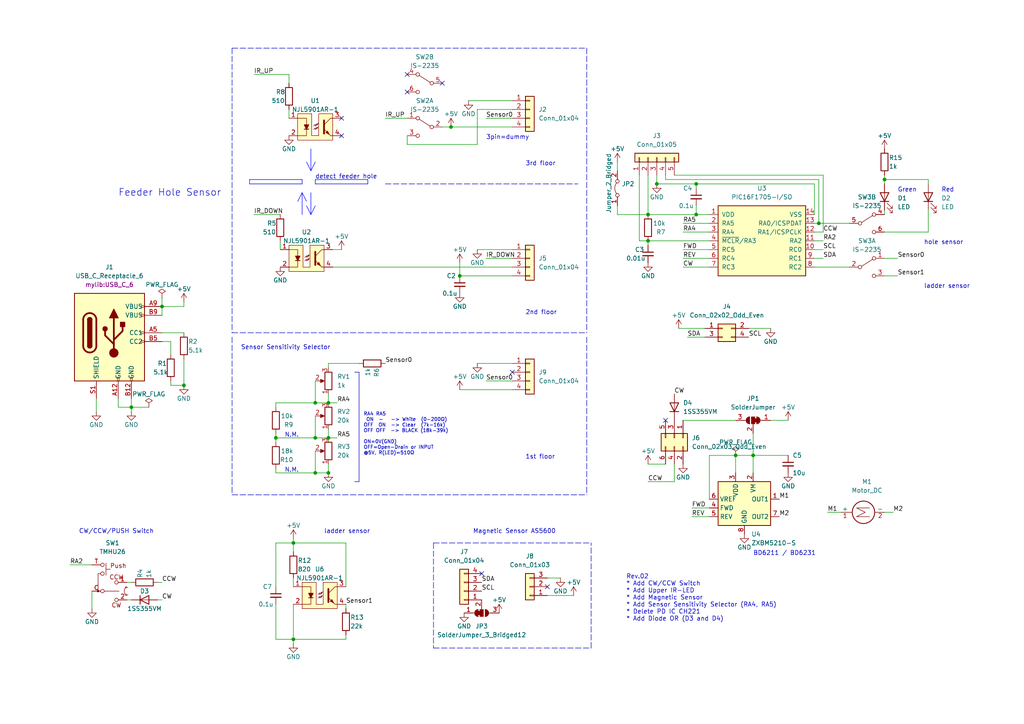
<source format=kicad_sch>
(kicad_sch (version 20211123) (generator eeschema)
  (paper "A4")
  (title_block (title "Auto Feeder") (date "2023-12-21") (rev "02"))
  (lib_symbols
    (symbol "Connector_Generic:Conn_01x03" (pin_names (offset 1.016) hide)
      (property "Reference" "J" (at 0 5.08 0))
      (property "Value" "Conn_01x03" (at 0 -5.08 0))
      (symbol "Conn_01x03_1_1"
        (rectangle (start -1.27 -2.413) (end 0 -2.667) (stroke (width 0.1524)))
        (rectangle (start -1.27 0.127) (end 0 -0.127) (stroke (width 0.1524)))
        (rectangle (start -1.27 2.667) (end 0 2.413) (stroke (width 0.1524)))
        (rectangle (start -1.27 3.81) (end 1.27 -3.81) (stroke (width 0.254)) (fill (type background)))
        (pin passive line (at -5.08 2.54 0) (length 3.81) (name "Pin_1") (number "1"))
        (pin passive line (at -5.08 0 0) (length 3.81) (name "Pin_2") (number "2"))
        (pin passive line (at -5.08 -2.54 0) (length 3.81) (name "Pin_3") (number "3"))
      )
    )
    (symbol "Connector_Generic:Conn_01x04" (pin_names (offset 1.016) hide)
      (property "Reference" "J" (at 0 5.08 0))
      (property "Value" "Conn_01x04" (at 0 -7.62 0))
      (symbol "Conn_01x04_1_1"
        (rectangle (start -1.27 -4.953) (end 0 -5.207) (stroke (width 0.1524)))
        (rectangle (start -1.27 -2.413) (end 0 -2.667) (stroke (width 0.1524)))
        (rectangle (start -1.27 0.127) (end 0 -0.127) (stroke (width 0.1524)))
        (rectangle (start -1.27 2.667) (end 0 2.413) (stroke (width 0.1524)))
        (rectangle (start -1.27 3.81) (end 1.27 -6.35) (stroke (width 0.254)) (fill (type background)))
        (pin passive line (at -5.08 2.54 0) (length 3.81) (name "Pin_1") (number "1"))
        (pin passive line (at -5.08 0 0) (length 3.81) (name "Pin_2") (number "2"))
        (pin passive line (at -5.08 -2.54 0) (length 3.81) (name "Pin_3") (number "3"))
        (pin passive line (at -5.08 -5.08 0) (length 3.81) (name "Pin_4") (number "4"))
      )
    )
    (symbol "Connector_Generic:Conn_01x05" (pin_names (offset 1.016) hide)
      (property "Reference" "J" (at 0 7.62 0))
      (property "Value" "Conn_01x05" (at 0 -7.62 0))
      (symbol "Conn_01x05_1_1"
        (rectangle (start -1.27 -4.953) (end 0 -5.207) (stroke (width 0.1524)))
        (rectangle (start -1.27 -2.413) (end 0 -2.667) (stroke (width 0.1524)))
        (rectangle (start -1.27 0.127) (end 0 -0.127) (stroke (width 0.1524)))
        (rectangle (start -1.27 2.667) (end 0 2.413) (stroke (width 0.1524)))
        (rectangle (start -1.27 5.207) (end 0 4.953) (stroke (width 0.1524)))
        (rectangle (start -1.27 6.35) (end 1.27 -6.35) (stroke (width 0.254)) (fill (type background)))
        (pin passive line (at -5.08 5.08 0) (length 3.81) (name "Pin_1") (number "1"))
        (pin passive line (at -5.08 2.54 0) (length 3.81) (name "Pin_2") (number "2"))
        (pin passive line (at -5.08 0 0) (length 3.81) (name "Pin_3") (number "3"))
        (pin passive line (at -5.08 -2.54 0) (length 3.81) (name "Pin_4") (number "4"))
        (pin passive line (at -5.08 -5.08 0) (length 3.81) (name "Pin_5") (number "5"))
      )
    )
    (symbol "Connector_Generic:Conn_02x02_Odd_Even" (pin_names (offset 1.016) hide)
      (property "Reference" "J" (at 1.27 2.54 0))
      (property "Value" "Conn_02x02_Odd_Even" (at 1.27 -5.08 0))
      (symbol "Conn_02x02_Odd_Even_1_1"
        (rectangle (start -1.27 -2.413) (end 0 -2.667) (stroke (width 0.1524)))
        (rectangle (start -1.27 0.127) (end 0 -0.127) (stroke (width 0.1524)))
        (rectangle (start -1.27 1.27) (end 3.81 -3.81) (stroke (width 0.254)) (fill (type background)))
        (rectangle (start 3.81 -2.413) (end 2.54 -2.667) (stroke (width 0.1524)))
        (rectangle (start 3.81 0.127) (end 2.54 -0.127) (stroke (width 0.1524)))
        (pin passive line (at -5.08 0 0) (length 3.81) (name "Pin_1") (number "1"))
        (pin passive line (at 7.62 0 180) (length 3.81) (name "Pin_2") (number "2"))
        (pin passive line (at -5.08 -2.54 0) (length 3.81) (name "Pin_3") (number "3"))
        (pin passive line (at 7.62 -2.54 180) (length 3.81) (name "Pin_4") (number "4"))
      )
    )
    (symbol "Connector_Generic:Conn_02x03_Odd_Even" (pin_names (offset 1.016) hide)
      (property "Reference" "J" (at 1.27 5.08 0))
      (property "Value" "Conn_02x03_Odd_Even" (at 1.27 -5.08 0))
      (symbol "Conn_02x03_Odd_Even_1_1"
        (rectangle (start -1.27 -2.413) (end 0 -2.667) (stroke (width 0.1524)))
        (rectangle (start -1.27 0.127) (end 0 -0.127) (stroke (width 0.1524)))
        (rectangle (start -1.27 2.667) (end 0 2.413) (stroke (width 0.1524)))
        (rectangle (start -1.27 3.81) (end 3.81 -3.81) (stroke (width 0.254)) (fill (type background)))
        (rectangle (start 3.81 -2.413) (end 2.54 -2.667) (stroke (width 0.1524)))
        (rectangle (start 3.81 0.127) (end 2.54 -0.127) (stroke (width 0.1524)))
        (rectangle (start 3.81 2.667) (end 2.54 2.413) (stroke (width 0.1524)))
        (pin passive line (at -5.08 2.54 0) (length 3.81) (name "Pin_1") (number "1"))
        (pin passive line (at 7.62 2.54 180) (length 3.81) (name "Pin_2") (number "2"))
        (pin passive line (at -5.08 0 0) (length 3.81) (name "Pin_3") (number "3"))
        (pin passive line (at 7.62 0 180) (length 3.81) (name "Pin_4") (number "4"))
        (pin passive line (at -5.08 -2.54 0) (length 3.81) (name "Pin_5") (number "5"))
        (pin passive line (at 7.62 -2.54 180) (length 3.81) (name "Pin_6") (number "6"))
      )
    )
    (symbol "Device:C_Small" (pin_numbers hide) (pin_names (offset 0.254) hide)
      (property "Reference" "C" (at 0.254 1.778 0))
      (property "Value" "C_Small" (at 0.254 -2.032 0))
      (symbol "C_Small_0_1"
        (polyline (pts (xy -1.524 -0.508) (xy 1.524 -0.508)) (stroke (width 0.3302)))
        (polyline (pts (xy -1.524 0.508) (xy 1.524 0.508)) (stroke (width 0.3048)))
      )
      (symbol "C_Small_1_1"
        (pin passive line (at 0 2.54 270) (length 2.032) (name "~") (number "1"))
        (pin passive line (at 0 -2.54 90) (length 2.032) (name "~") (number "2"))
      )
    )
    (symbol "Device:LED" (pin_numbers hide) (pin_names (offset 1.016) hide)
      (property "Reference" "D" (at 0 2.54 0))
      (property "Value" "LED" (at 0 -2.54 0))
      (symbol "LED_0_1"
        (polyline (pts (xy -1.27 -1.27) (xy -1.27 1.27)) (stroke (width 0.254)))
        (polyline (pts (xy -1.27 0) (xy 1.27 0)))
        (polyline (pts (xy 1.27 -1.27) (xy 1.27 1.27) (xy -1.27 0) (xy 1.27 -1.27)) (stroke (width 0.254)))
        (polyline (pts (xy -3.048 -0.762) (xy -4.572 -2.286) (xy -3.81 -2.286) (xy -4.572 -2.286) (xy -4.572 -1.524)))
        (polyline (pts (xy -1.778 -0.762) (xy -3.302 -2.286) (xy -2.54 -2.286) (xy -3.302 -2.286) (xy -3.302 -1.524)))
      )
      (symbol "LED_1_1"
        (pin passive line (at -3.81 0 0) (length 2.54) (name "K") (number "1"))
        (pin passive line (at 3.81 0 180) (length 2.54) (name "A") (number "2"))
      )
    )
    (symbol "Device:R" (pin_numbers hide) (pin_names (offset 0))
      (property "Reference" "R" (at 2.032 0 90))
      (property "Value" "R" (at 0 0 90))
      (symbol "R_0_1"
        (rectangle (start -1.016 -2.54) (end 1.016 2.54) (stroke (width 0.254)))
      )
      (symbol "R_1_1"
        (pin passive line (at 0 3.81 270) (length 1.27) (name "~") (number "1"))
        (pin passive line (at 0 -3.81 90) (length 1.27) (name "~") (number "2"))
      )
    )
    (symbol "Device:R_Potentiometer" (pin_names (offset 1.016) hide)
      (property "Reference" "RV" (at -4.445 0 90))
      (property "Value" "R_Potentiometer" (at -2.54 0 90))
      (symbol "R_Potentiometer_0_1"
        (polyline (pts (xy 2.54 0) (xy 1.524 0)))
        (polyline (pts (xy 1.143 0) (xy 2.286 0.508) (xy 2.286 -0.508) (xy 1.143 0)) (fill (type outline)))
        (rectangle (start 1.016 2.54) (end -1.016 -2.54) (stroke (width 0.254)))
      )
      (symbol "R_Potentiometer_1_1"
        (pin passive line (at 0 3.81 270) (length 1.27) (name "1") (number "1"))
        (pin passive line (at 3.81 0 180) (length 1.27) (name "2") (number "2"))
        (pin passive line (at 0 -3.81 90) (length 1.27) (name "3") (number "3"))
      )
    )
    (symbol "Diode:1SS355VM" (pin_numbers hide) (pin_names hide)
      (property "Reference" "D" (at 0 2.54 0))
      (property "Value" "1SS355VM" (at 0 -2.54 0))
      (symbol "1SS355VM_0_1"
        (polyline (pts (xy -1.27 1.27) (xy -1.27 -1.27)) (stroke (width 0.254)))
        (polyline (pts (xy 1.27 0) (xy -1.27 0)))
        (polyline (pts (xy 1.27 1.27) (xy 1.27 -1.27) (xy -1.27 0) (xy 1.27 1.27)) (stroke (width 0.254)))
      )
      (symbol "1SS355VM_1_1"
        (pin passive line (at -3.81 0 0) (length 2.54) (name "K") (number "1"))
        (pin passive line (at 3.81 0 180) (length 2.54) (name "A") (number "2"))
      )
    )
    (symbol "Driver_Motor:ZXBM5210-S"
      (property "Reference" "U" (at -7.62 8.89 0))
      (property "Value" "ZXBM5210-S" (at 10.16 8.89 0))
      (symbol "ZXBM5210-S_0_0"
        (pin output line (at 10.16 2.54 180) (length 2.54) (name "OUT1") (number "1"))
        (pin power_in line (at 2.54 10.16 270) (length 2.54) (name "VM") (number "2"))
        (pin power_in line (at -2.54 10.16 270) (length 2.54) (name "VDD") (number "3"))
        (pin input line (at -10.16 0 0) (length 2.54) (name "FWD") (number "4"))
        (pin input line (at -10.16 -2.54 0) (length 2.54) (name "REV") (number "5"))
        (pin input line (at -10.16 2.54 0) (length 2.54) (name "VREF") (number "6"))
        (pin output line (at 10.16 -2.54 180) (length 2.54) (name "OUT2") (number "7"))
        (pin power_in line (at 0 -7.62 90) (length 2.54) (name "GND") (number "8"))
      )
      (symbol "ZXBM5210-S_0_1"
        (rectangle (start -7.62 7.62) (end 7.62 -5.08) (stroke (width 0.254)) (fill (type background)))
      )
    )
    (symbol "Jumper:Jumper_2_Bridged" (pin_names (offset 0) hide)
      (property "Reference" "JP" (at 0 1.905 0))
      (property "Value" "Jumper_2_Bridged" (at 0 -2.54 0))
      (symbol "Jumper_2_Bridged_0_0"
        (circle (center -2.032 0) (radius 0.508))
        (circle (center 2.032 0) (radius 0.508))
      )
      (symbol "Jumper_2_Bridged_0_1"
        (arc (start 1.524 0.254) (mid 0 0.762) (end -1.524 0.254))
      )
      (symbol "Jumper_2_Bridged_1_1"
        (pin passive line (at -5.08 0 0) (length 2.54) (name "A") (number "1"))
        (pin passive line (at 5.08 0 180) (length 2.54) (name "B") (number "2"))
      )
    )
    (symbol "Jumper:SolderJumper_3_Bridged12" (pin_names (offset 0) hide)
      (property "Reference" "JP" (at -2.54 -2.54 0))
      (property "Value" "SolderJumper_3_Bridged12" (at 0 2.794 0))
      (symbol "SolderJumper_3_Bridged12_0_1"
        (rectangle (start -1.016 0.508) (end -0.508 -0.508) (fill (type outline)))
        (arc (start -1.016 1.016) (mid -2.032 0) (end -1.016 -1.016))
        (arc (start -1.016 1.016) (mid -2.032 0) (end -1.016 -1.016) (fill (type outline)))
        (rectangle (start -0.508 1.016) (end 0.508 -1.016) (fill (type outline)))
        (polyline (pts (xy -2.54 0) (xy -2.032 0)))
        (polyline (pts (xy -1.016 1.016) (xy -1.016 -1.016)))
        (polyline (pts (xy 0 -1.27) (xy 0 -1.016)))
        (polyline (pts (xy 1.016 1.016) (xy 1.016 -1.016)))
        (polyline (pts (xy 2.54 0) (xy 2.032 0)))
        (arc (start 1.016 -1.016) (mid 2.032 0) (end 1.016 1.016))
        (arc (start 1.016 -1.016) (mid 2.032 0) (end 1.016 1.016) (fill (type outline)))
      )
      (symbol "SolderJumper_3_Bridged12_1_1"
        (pin passive line (at -5.08 0 0) (length 2.54) (name "A") (number "1"))
        (pin passive line (at 0 -3.81 90) (length 2.54) (name "C") (number "2"))
        (pin passive line (at 5.08 0 180) (length 2.54) (name "B") (number "3"))
      )
    )
    (symbol "Motor:Motor_DC" (pin_names (offset 0))
      (property "Reference" "M" (at 2.54 2.54 0))
      (property "Value" "Motor_DC" (at 2.54 -5.08 0))
      (symbol "Motor_DC_0_0"
        (polyline (pts (xy -1.27 -3.302) (xy -1.27 0.508) (xy 0 -2.032) (xy 1.27 0.508) (xy 1.27 -3.302)))
      )
      (symbol "Motor_DC_0_1"
        (circle (center 0 -1.524) (radius 3.2512) (stroke (width 0.254)))
        (polyline (pts (xy 0 -7.62) (xy 0 -7.112)))
        (polyline (pts (xy 0 -4.7752) (xy 0 -5.1816)))
        (polyline (pts (xy 0 1.7272) (xy 0 2.0828)))
        (polyline (pts (xy 0 2.032) (xy 0 2.54)))
      )
      (symbol "Motor_DC_1_1"
        (pin passive line (at 0 5.08 270) (length 2.54) (name "+") (number "1"))
        (pin passive line (at 0 -7.62 90) (length 2.54) (name "-") (number "2"))
      )
    )
    (symbol "mylib1:CNZ1023" (pin_names (offset 1.016))
      (property "Reference" "U" (at -5.08 5.08 0))
      (property "Value" "CNZ1023" (at 0 5.08 0))
      (symbol "CNZ1023_0_1"
        (polyline (pts (xy -3.175 -0.635) (xy -1.905 -0.635)) (stroke (width 0.254)))
        (polyline (pts (xy 2.54 0.635) (xy 4.445 2.54)))
        (polyline (pts (xy 4.445 -2.54) (xy 2.54 -0.635)) (fill (type outline)))
        (polyline (pts (xy 4.445 -2.54) (xy 5.08 -2.54)))
        (polyline (pts (xy 4.445 2.54) (xy 5.08 2.54)))
        (polyline (pts (xy -5.08 2.54) (xy -2.54 2.54) (xy -2.54 0.635)))
        (polyline (pts (xy -2.54 -0.635) (xy -2.54 -2.54) (xy -5.08 -2.54)))
        (polyline (pts (xy 2.54 1.905) (xy 2.54 -1.905) (xy 2.54 -1.905)) (stroke (width 0.508)))
        (polyline (pts (xy -2.54 -0.635) (xy -3.175 0.635) (xy -1.905 0.635) (xy -2.54 -0.635)) (stroke (width 0.254)) (fill (type outline)))
        (polyline (pts (xy -0.508 0.254) (xy 0.0254 0.762) (xy 0.0254 0.254) (xy 0.7874 1.016)))
        (polyline (pts (xy 0.7874 1.016) (xy 0.2794 0.762) (xy 0.5334 0.508) (xy 0.7874 1.016)))
        (polyline (pts (xy 3.048 -1.651) (xy 3.556 -1.143) (xy 4.064 -2.159) (xy 3.048 -1.651) (xy 3.048 -1.651)) (fill (type outline)))
        (polyline (pts (xy -0.508 -0.762) (xy 0.0254 -0.254) (xy 0.0254 -0.762) (xy 0.7874 0) (xy 0.2794 -0.254) (xy 0.5334 -0.508) (xy 0.7874 0)))
        (polyline (pts (xy -1.016 3.81) (xy -1.016 -2.54) (xy 1.016 -2.54) (xy 1.016 3.81) (xy 5.08 3.81) (xy 5.08 -3.81) (xy -5.08 -3.81) (xy -5.08 3.81) (xy -1.016 3.81)) (fill (type background)))
      )
      (symbol "CNZ1023_1_1"
        (pin passive line (at -7.62 2.54 0) (length 2.54) (name "~") (number "1"))
        (pin passive line (at -7.62 -2.54 0) (length 2.54) (name "~") (number "2"))
        (pin passive line (at 7.62 2.54 180) (length 2.54) (name "~") (number "3"))
        (pin passive line (at 7.62 -2.54 180) (length 2.54) (name "~") (number "4"))
      )
    )
    (symbol "mylib1:PIC16F1705-I{brace}slash}SO" (pin_names (offset 1.016))
      (property "Reference" "U" (at -11.43 11.43 0))
      (property "Value" "PIC16F1705-I{brace}slash}SO" (at 11.43 11.43 0))
      (symbol "PIC16F1705-I{brace}slash}SO_0_1"
        (rectangle (start -12.7 10.16) (end 12.7 -10.16) (stroke (width 0.254)) (fill (type background)))
      )
      (symbol "PIC16F1705-I{brace}slash}SO_1_1"
        (pin passive line (at -15.24 7.62 0) (length 2.54) (name "VDD") (number "1"))
        (pin bidirectional line (at 15.24 -2.54 180) (length 2.54) (name "RC0") (number "10"))
        (pin bidirectional line (at 15.24 0 180) (length 2.54) (name "RA2") (number "11"))
        (pin bidirectional line (at 15.24 2.54 180) (length 2.54) (name "RA1/ICSPCLK") (number "12"))
        (pin bidirectional line (at 15.24 5.08 180) (length 2.54) (name "RA0/ICSPDAT") (number "13"))
        (pin power_in line (at 15.24 7.62 180) (length 2.54) (name "VSS") (number "14"))
        (pin bidirectional line (at -15.24 5.08 0) (length 2.54) (name "RA5") (number "2"))
        (pin bidirectional line (at -15.24 2.54 0) (length 2.54) (name "RA4") (number "3"))
        (pin bidirectional line (at -15.24 0 0) (length 2.54) (name "~{MCLR}/RA3") (number "4"))
        (pin bidirectional line (at -15.24 -2.54 0) (length 2.54) (name "RC5") (number "5"))
        (pin bidirectional line (at -15.24 -5.08 0) (length 2.54) (name "RC4") (number "6"))
        (pin bidirectional line (at -15.24 -7.62 0) (length 2.54) (name "RC3") (number "7"))
        (pin passive line (at 15.24 -7.62 180) (length 2.54) (name "RC2") (number "8"))
        (pin bidirectional line (at 15.24 -5.08 180) (length 2.54) (name "RC1") (number "9"))
      )
    )
    (symbol "mylib1:SW_PUSH_DPDT_x2" (pin_names (offset 0) hide)
      (property "Reference" "SW" (at 0 4.318 0))
      (property "Value" "SW_PUSH_DPDT_x2" (at 0 -5.08 0))
      (symbol "SW_PUSH_DPDT_x2_0_0"
        (circle (center -2.032 0) (radius 0.508))
        (circle (center 2.032 -2.54) (radius 0.508))
      )
      (symbol "SW_PUSH_DPDT_x2_0_1"
        (polyline (pts (xy -1.524 0.254) (xy 1.651 2.286)))
        (circle (center 2.032 2.54) (radius 0.508))
      )
      (symbol "SW_PUSH_DPDT_x2_1_1"
        (pin passive line (at 5.08 2.54 180) (length 2.54) (name "A") (number "1"))
        (pin passive line (at -5.08 0 0) (length 2.54) (name "B") (number "2"))
        (pin passive line (at 5.08 -2.54 180) (length 2.54) (name "C") (number "3"))
      )
      (symbol "SW_PUSH_DPDT_x2_2_1"
        (pin passive line (at 5.08 2.54 180) (length 2.54) (name "A") (number "4"))
        (pin passive line (at -5.08 0 0) (length 2.54) (name "B") (number "5"))
        (pin passive line (at 5.08 -2.54 180) (length 2.54) (name "C") (number "6"))
      )
    )
    (symbol "mylib2:SW_SPDT_AND_Push" (pin_names (offset 0) hide)
      (property "Reference" "SW" (at 0 10.668 0))
      (property "Value" "SW_SPDT_AND_Push" (at 0 -7.874 0))
      (symbol "SW_SPDT_AND_Push_0_0"
        (circle (center -3.302 0) (radius 0.0001))
        (circle (center -3.302 0) (radius 0.254) (fill (type outline)))
        (circle (center -2.032 0) (radius 0.508))
        (circle (center -2.032 5.08) (radius 0.508))
        (polyline (pts (xy -2.54 5.08) (xy -3.302 5.08) (xy -3.302 0)))
        (circle (center 2.032 -2.54) (radius 0.508))
        (text "CCW" (at 2.032 4.064 0) (effects (font (size 1.27 1.27))))
        (text "CW" (at 2.032 -4.064 0) (effects (font (size 1.27 1.27))))
        (text "Push" (at 2.54 7.366 0) (effects (font (size 1.27 1.27))))
      )
      (symbol "SW_SPDT_AND_Push_0_1"
        (circle (center -2.032 7.62) (radius 0.508))
        (polyline (pts (xy -1.524 0) (xy 2.794 0)))
        (polyline (pts (xy -1.016 6.35) (xy 0.254 6.35)))
        (polyline (pts (xy -1.016 8.128) (xy -1.016 4.572)))
        (polyline (pts (xy 4.826 -1.27) (xy 4.826 -0.762)))
        (polyline (pts (xy 4.826 -1.27) (xy 5.334 -1.016)))
        (polyline (pts (xy 4.826 1.27) (xy 4.826 0.762)))
        (polyline (pts (xy 4.826 1.27) (xy 5.334 1.016)))
        (circle (center 2.032 2.54) (radius 0.508))
        (arc (start 4.826 1.27) (mid 1.7598 0) (end 4.826 -1.27))
      )
      (symbol "SW_SPDT_AND_Push_1_1"
        (pin passive line (at 5.08 2.54 180) (length 2.54) (name "1") (number "1"))
        (pin passive line (at 5.08 -2.54 180) (length 2.54) (name "2") (number "2"))
        (pin passive line (at -5.08 0 0) (length 2.54) (name "C") (number "C"))
        (pin passive line (at -5.08 7.62 0) (length 2.54) (name "T") (number "T"))
      )
    )
    (symbol "mylib2:USB_C_Receptacle_6"
      (property "Reference" "J" (at -11.43 15.24 0))
      (property "Value" "USB_C_Receptacle_6" (at 2.54 15.24 0))
      (property "Footprint" "mylib:USB_C_6" (at -2.54 26.67 0))
      (symbol "USB_C_Receptacle_6_0_0"
        (rectangle (start -0.254 -11.43) (end 0.254 -10.414))
        (rectangle (start 3.556 -11.43) (end 4.064 -10.414))
        (rectangle (start 7.62 0.254) (end 6.604 -0.254))
        (rectangle (start 7.62 2.794) (end 6.604 2.286))
        (rectangle (start 7.62 7.874) (end 6.604 7.366))
        (rectangle (start 7.62 10.414) (end 6.604 9.906))
      )
      (symbol "USB_C_Receptacle_6_0_1"
        (rectangle (start -12.7 13.97) (end 7.62 -11.43) (stroke (width 0.254)) (fill (type background)))
        (arc (start -10.16 -1.27) (mid -8.255 -3.175) (end -6.35 -1.27) (stroke (width 0.508)))
        (arc (start -8.89 -1.27) (mid -8.255 -1.905) (end -7.62 -1.27) (stroke (width 0.254)))
        (arc (start -8.89 -1.27) (mid -8.255 -1.905) (end -7.62 -1.27) (stroke (width 0.254)) (fill (type outline)))
        (rectangle (start -8.89 -1.27) (end -7.62 6.35) (stroke (width 0.254)) (fill (type outline)))
        (arc (start -7.62 6.35) (mid -8.255 6.985) (end -8.89 6.35) (stroke (width 0.254)))
        (arc (start -7.62 6.35) (mid -8.255 6.985) (end -8.89 6.35) (stroke (width 0.254)) (fill (type outline)))
        (arc (start -6.35 6.35) (mid -8.255 8.255) (end -10.16 6.35) (stroke (width 0.508)))
        (polyline (pts (xy -10.16 -1.27) (xy -10.16 6.35)) (stroke (width 0.508)))
        (polyline (pts (xy -6.35 6.35) (xy -6.35 -1.27)) (stroke (width 0.508)))
      )
      (symbol "USB_C_Receptacle_6_1_1"
        (circle (center -3.81 3.683) (radius 0.635) (stroke (width 0.254)) (fill (type outline)))
        (circle (center -1.27 -3.302) (radius 1.27) (fill (type outline)))
        (polyline (pts (xy -1.27 -3.302) (xy -1.27 6.858)) (stroke (width 0.508)))
        (polyline (pts (xy -1.27 -0.762) (xy -3.81 1.778) (xy -3.81 3.048)) (stroke (width 0.508)))
        (polyline (pts (xy -1.27 0.508) (xy 1.27 3.048) (xy 1.27 4.318)) (stroke (width 0.508)))
        (polyline (pts (xy -2.54 6.858) (xy -1.27 9.398) (xy 0 6.858) (xy -2.54 6.858)) (stroke (width 0.254)) (fill (type outline)))
        (rectangle (start 0.635 4.318) (end 1.905 5.588) (stroke (width 0.254)) (fill (type outline)))
        (pin passive line (at 0 -16.51 90) (length 5.08) (name "GND") (number "A12"))
        (pin bidirectional line (at 12.7 2.54 180) (length 5.08) (name "CC1") (number "A5"))
        (pin passive line (at 12.7 10.16 180) (length 5.08) (name "VBUS") (number "A9"))
        (pin passive line (at 3.81 -16.51 90) (length 5.08) (name "GND") (number "B12"))
        (pin bidirectional line (at 12.7 0 180) (length 5.08) (name "CC2") (number "B5"))
        (pin passive line (at 12.7 7.62 180) (length 5.08) (name "VBUS") (number "B9"))
        (pin passive line (at -6.35 -16.51 90) (length 5.08) (name "SHIELD") (number "S1"))
      )
    )
    (symbol "power:+5V" (power) (pin_names (offset 0))
      (property "Value" "+5V" (at 0 3.556 0))
      (symbol "+5V_0_1"
        (polyline (pts (xy -0.762 1.27) (xy 0 2.54)))
        (polyline (pts (xy 0 0) (xy 0 2.54)))
        (polyline (pts (xy 0 2.54) (xy 0.762 1.27)))
      )
      (symbol "+5V_1_1"
        (pin power_in line (at 0 0 90) (length 0) hide (name "+5V") (number "1"))
      )
    )
    (symbol "power:GND" (power) (pin_names (offset 0))
      (property "Value" "GND" (at 0 -3.81 0))
      (symbol "GND_0_1"
        (polyline (pts (xy 0 0) (xy 0 -1.27) (xy 1.27 -1.27) (xy 0 -2.54) (xy -1.27 -1.27) (xy 0 -1.27)))
      )
      (symbol "GND_1_1"
        (pin power_in line (at 0 0 270) (length 0) hide (name "GND") (number "1"))
      )
    )
    (symbol "power:PWR_FLAG" (power) (pin_numbers hide) (pin_names (offset 0) hide)
      (property "Value" "PWR_FLAG" (at 0 3.81 0))
      (symbol "PWR_FLAG_0_0"
        (pin power_out line (at 0 0 90) (length 0) (name "pwr") (number "1"))
      )
      (symbol "PWR_FLAG_0_1"
        (polyline (pts (xy 0 0) (xy 0 1.27) (xy -1.016 1.905) (xy 0 2.54) (xy 1.016 1.905) (xy 0 1.27)))
      )
    )
  )
  (junction (at 80.01 127))
  (junction (at 190.5 53.34))
  (junction (at 95.25 127))
  (junction (at 95.25 116.84))
  (junction (at 91.44 137.16))
  (junction (at 46.99 88.9))
  (junction (at 218.44 132.08))
  (junction (at 133.35 80.01))
  (junction (at 85.09 185.42))
  (junction (at 91.44 127))
  (junction (at 91.44 116.84))
  (junction (at 38.1 118.11))
  (junction (at 201.93 62.23))
  (junction (at 187.96 69.85))
  (junction (at 187.96 62.23))
  (junction (at 213.36 132.08))
  (junction (at 130.81 36.83))
  (junction (at 95.25 137.16))
  (junction (at 237.49 64.77))
  (junction (at 53.34 111.76))
  (junction (at 256.54 52.07))
  (junction (at 201.93 53.34))
  (junction (at 85.09 157.48))
  (no_connect (at 128.27 24.13))
  (no_connect (at 148.59 107.95))
  (no_connect (at 139.7 166.37))
  (no_connect (at 99.06 34.29))
  (no_connect (at 193.04 121.92))
  (no_connect (at 118.11 26.67))
  (no_connect (at 99.06 39.37))
  (no_connect (at 158.75 170.18))
  (no_connect (at 118.11 21.59))
  (wire (pts (xy 49.53 110.49) (xy 49.53 111.76)))
  (wire (pts (xy 85.09 167.64) (xy 85.09 170.18)))
  (polyline (pts (xy 125.73 187.96) (xy 171.45 187.96)))
  (polyline (pts (xy 102.87 139.7) (xy 104.14 139.7)) (stroke (width 0) (type solid)))
  (polyline (pts (xy 90.17 55.88) (xy 90.17 62.23)) (stroke (width 0) (type solid) (color 0 0 255 1)))
  (wire (pts (xy 91.44 116.84) (xy 95.25 116.84)))
  (wire (pts (xy 80.01 137.16) (xy 91.44 137.16)))
  (wire (pts (xy 45.72 173.99) (xy 46.99 173.99)))
  (wire (pts (xy 26.67 176.53) (xy 26.67 171.45)))
  (wire (pts (xy 80.01 157.48) (xy 85.09 157.48)))
  (wire (pts (xy 80.01 127) (xy 91.44 127)))
  (wire (pts (xy 49.53 111.76) (xy 53.34 111.76)))
  (wire (pts (xy 238.76 74.93) (xy 236.22 74.93)))
  (polyline (pts (xy 67.31 13.97) (xy 170.18 13.97)))
  (wire (pts (xy 85.09 157.48) (xy 100.33 157.48)))
  (wire (pts (xy 138.43 31.75) (xy 138.43 41.91)))
  (wire (pts (xy 236.22 77.47) (xy 246.38 77.47)))
  (wire (pts (xy 238.76 67.31) (xy 236.22 67.31)))
  (wire (pts (xy 236.22 53.34) (xy 236.22 62.23)))
  (wire (pts (xy 195.58 50.8) (xy 238.76 50.8)))
  (wire (pts (xy 238.76 69.85) (xy 236.22 69.85)))
  (wire (pts (xy 269.24 67.31) (xy 256.54 67.31)))
  (wire (pts (xy 256.54 52.07) (xy 256.54 53.34)))
  (wire (pts (xy 46.99 99.06) (xy 49.53 99.06)))
  (wire (pts (xy 198.12 67.31) (xy 205.74 67.31)))
  (polyline (pts (xy 87.63 53.34) (xy 72.39 53.34)) (stroke (width 0) (type solid)))
  (polyline (pts (xy 87.63 55.88) (xy 86.36 58.42)) (stroke (width 0) (type solid) (color 0 0 255 1)))
  (wire (pts (xy 85.09 175.26) (xy 85.09 185.42)))
  (wire (pts (xy 138.43 105.41) (xy 148.59 105.41)))
  (wire (pts (xy 135.89 29.21) (xy 148.59 29.21)))
  (wire (pts (xy 179.07 59.69) (xy 179.07 62.23)))
  (wire (pts (xy 133.35 80.01) (xy 148.59 80.01)))
  (wire (pts (xy 80.01 185.42) (xy 80.01 175.26)))
  (wire (pts (xy 95.25 116.84) (xy 95.25 114.3)))
  (polyline (pts (xy 87.63 62.23) (xy 87.63 55.88)) (stroke (width 0) (type solid) (color 0 0 255 1)))
  (wire (pts (xy 133.35 76.2) (xy 133.35 80.01)))
  (wire (pts (xy 237.49 64.77) (xy 236.22 64.77)))
  (wire (pts (xy 95.25 127) (xy 95.25 124.46)))
  (wire (pts (xy 20.32 163.83) (xy 26.67 163.83)))
  (wire (pts (xy 201.93 62.23) (xy 205.74 62.23)))
  (polyline (pts (xy 90.17 62.23) (xy 88.9 59.69)) (stroke (width 0) (type solid) (color 0 0 255 1)))
  (wire (pts (xy 187.96 62.23) (xy 201.93 62.23)))
  (wire (pts (xy 118.11 39.37) (xy 118.11 41.91)))
  (polyline (pts (xy 106.68 52.07) (xy 106.68 53.34)) (stroke (width 0) (type solid)))
  (wire (pts (xy 133.35 113.03) (xy 148.59 113.03)))
  (wire (pts (xy 223.52 95.25) (xy 217.17 95.25)))
  (wire (pts (xy 83.82 31.75) (xy 83.82 34.29)))
  (wire (pts (xy 91.44 110.49) (xy 91.44 116.84)))
  (wire (pts (xy 140.97 34.29) (xy 148.59 34.29)))
  (wire (pts (xy 46.99 88.9) (xy 53.34 88.9)))
  (wire (pts (xy 27.94 115.57) (xy 27.94 119.38)))
  (wire (pts (xy 100.33 184.15) (xy 100.33 185.42)))
  (polyline (pts (xy 104.14 107.95) (xy 104.14 139.7)) (stroke (width 0) (type solid)))
  (polyline (pts (xy 102.87 107.95) (xy 104.14 107.95)) (stroke (width 0) (type solid)))
  (wire (pts (xy 91.44 120.65) (xy 91.44 127)))
  (wire (pts (xy 85.09 157.48) (xy 85.09 156.21)))
  (wire (pts (xy 85.09 185.42) (xy 100.33 185.42)))
  (wire (pts (xy 83.82 21.59) (xy 83.82 24.13)))
  (wire (pts (xy 96.52 77.47) (xy 148.59 77.47)))
  (wire (pts (xy 269.24 60.96) (xy 269.24 67.31)))
  (wire (pts (xy 190.5 50.8) (xy 190.5 53.34)))
  (wire (pts (xy 140.97 74.93) (xy 148.59 74.93)))
  (wire (pts (xy 179.07 49.53) (xy 179.07 46.99)))
  (wire (pts (xy 260.35 80.01) (xy 256.54 80.01)))
  (wire (pts (xy 95.25 105.41) (xy 95.25 106.68)))
  (wire (pts (xy 73.66 62.23) (xy 81.28 62.23)))
  (wire (pts (xy 205.74 77.47) (xy 198.12 77.47)))
  (wire (pts (xy 200.66 147.32) (xy 205.74 147.32)))
  (wire (pts (xy 100.33 157.48) (xy 100.33 170.18)))
  (wire (pts (xy 198.12 121.92) (xy 213.36 121.92)))
  (wire (pts (xy 95.25 127) (xy 97.79 127)))
  (wire (pts (xy 190.5 53.34) (xy 201.93 53.34)))
  (polyline (pts (xy 111.76 53.34) (xy 167.64 53.34)))
  (wire (pts (xy 228.6 121.92) (xy 223.52 121.92)))
  (wire (pts (xy 166.37 172.72) (xy 158.75 172.72)))
  (wire (pts (xy 237.49 52.07) (xy 237.49 64.77)))
  (wire (pts (xy 95.25 105.41) (xy 104.14 105.41)))
  (wire (pts (xy 218.44 125.73) (xy 218.44 132.08)))
  (wire (pts (xy 185.42 50.8) (xy 185.42 69.85)))
  (wire (pts (xy 218.44 132.08) (xy 228.6 132.08)))
  (wire (pts (xy 187.96 139.7) (xy 195.58 139.7)))
  (wire (pts (xy 80.01 185.42) (xy 85.09 185.42)))
  (wire (pts (xy 100.33 175.26) (xy 100.33 176.53)))
  (wire (pts (xy 91.44 130.81) (xy 91.44 137.16)))
  (polyline (pts (xy 170.18 97.79) (xy 170.18 143.51)))
  (wire (pts (xy 205.74 144.78) (xy 205.74 132.08)))
  (wire (pts (xy 34.29 118.11) (xy 38.1 118.11)))
  (polyline (pts (xy 72.39 52.07) (xy 72.39 53.34)) (stroke (width 0) (type solid)))
  (wire (pts (xy 85.09 185.42) (xy 85.09 186.69)))
  (polyline (pts (xy 106.68 53.34) (xy 91.44 53.34)) (stroke (width 0) (type solid)))
  (wire (pts (xy 185.42 69.85) (xy 187.96 69.85)))
  (wire (pts (xy 46.99 86.36) (xy 46.99 88.9)))
  (wire (pts (xy 95.25 116.84) (xy 97.79 116.84)))
  (polyline (pts (xy 87.63 55.88) (xy 88.9 58.42)) (stroke (width 0) (type solid) (color 0 0 255 1)))
  (wire (pts (xy 49.53 99.06) (xy 49.53 102.87)))
  (wire (pts (xy 53.34 88.9) (xy 53.34 87.63)))
  (wire (pts (xy 260.35 74.93) (xy 256.54 74.93)))
  (wire (pts (xy 34.29 115.57) (xy 34.29 118.11)))
  (wire (pts (xy 91.44 127) (xy 95.25 127)))
  (wire (pts (xy 196.85 95.25) (xy 204.47 95.25)))
  (wire (pts (xy 256.54 50.8) (xy 256.54 52.07)))
  (wire (pts (xy 195.58 134.62) (xy 195.58 139.7)))
  (wire (pts (xy 38.1 115.57) (xy 38.1 118.11)))
  (wire (pts (xy 38.1 118.11) (xy 38.1 119.38)))
  (wire (pts (xy 238.76 50.8) (xy 238.76 67.31)))
  (polyline (pts (xy 87.63 52.07) (xy 87.63 53.34)) (stroke (width 0) (type solid)))
  (wire (pts (xy 238.76 72.39) (xy 236.22 72.39)))
  (wire (pts (xy 193.04 50.8) (xy 193.04 52.07)))
  (wire (pts (xy 201.93 53.34) (xy 201.93 54.61)))
  (wire (pts (xy 201.93 62.23) (xy 201.93 59.69)))
  (wire (pts (xy 99.06 72.39) (xy 96.52 72.39)))
  (wire (pts (xy 118.11 41.91) (xy 138.43 41.91)))
  (wire (pts (xy 53.34 96.52) (xy 46.99 96.52)))
  (polyline (pts (xy 67.31 143.51) (xy 170.18 143.51)))
  (wire (pts (xy 162.56 167.64) (xy 158.75 167.64)))
  (wire (pts (xy 198.12 64.77) (xy 205.74 64.77)))
  (wire (pts (xy 187.96 69.85) (xy 187.96 71.12)))
  (wire (pts (xy 80.01 127) (xy 80.01 128.27)))
  (wire (pts (xy 213.36 137.16) (xy 213.36 132.08)))
  (wire (pts (xy 198.12 74.93) (xy 205.74 74.93)))
  (wire (pts (xy 38.1 168.91) (xy 36.83 168.91)))
  (wire (pts (xy 80.01 137.16) (xy 80.01 135.89)))
  (wire (pts (xy 80.01 116.84) (xy 91.44 116.84)))
  (polyline (pts (xy 91.44 52.07) (xy 91.44 53.34)) (stroke (width 0) (type solid)))
  (wire (pts (xy 198.12 72.39) (xy 205.74 72.39)))
  (wire (pts (xy 73.66 21.59) (xy 83.82 21.59)))
  (polyline (pts (xy 171.45 187.96) (xy 171.45 157.48)))
  (wire (pts (xy 201.93 53.34) (xy 236.22 53.34)))
  (polyline (pts (xy 90.17 43.18) (xy 90.17 49.53)) (stroke (width 0) (type solid) (color 0 0 255 1)))
  (wire (pts (xy 193.04 52.07) (xy 237.49 52.07)))
  (polyline (pts (xy 90.17 49.53) (xy 88.9 46.99)) (stroke (width 0) (type solid) (color 0 0 255 1)))
  (polyline (pts (xy 90.17 49.53) (xy 91.44 46.99)) (stroke (width 0) (type solid) (color 0 0 255 1)))
  (wire (pts (xy 46.99 168.91) (xy 45.72 168.91)))
  (wire (pts (xy 80.01 116.84) (xy 80.01 118.11)))
  (wire (pts (xy 80.01 127) (xy 80.01 125.73)))
  (wire (pts (xy 200.66 149.86) (xy 205.74 149.86)))
  (wire (pts (xy 140.97 110.49) (xy 148.59 110.49)))
  (wire (pts (xy 179.07 62.23) (xy 187.96 62.23)))
  (wire (pts (xy 53.34 104.14) (xy 53.34 111.76)))
  (polyline (pts (xy 67.31 97.79) (xy 67.31 143.51)))
  (polyline (pts (xy 125.73 157.48) (xy 125.73 187.96)))
  (polyline (pts (xy 72.39 52.07) (xy 87.63 52.07)) (stroke (width 0) (type solid)))
  (wire (pts (xy 199.39 97.79) (xy 204.47 97.79)))
  (wire (pts (xy 80.01 157.48) (xy 80.01 170.18)))
  (wire (pts (xy 256.54 52.07) (xy 269.24 52.07)))
  (wire (pts (xy 218.44 132.08) (xy 218.44 137.16)))
  (wire (pts (xy 46.99 91.44) (xy 46.99 88.9)))
  (wire (pts (xy 213.36 132.08) (xy 218.44 132.08)))
  (wire (pts (xy 256.54 60.96) (xy 256.54 62.23)))
  (wire (pts (xy 138.43 31.75) (xy 148.59 31.75)))
  (wire (pts (xy 240.03 148.59) (xy 243.84 148.59)))
  (wire (pts (xy 187.96 69.85) (xy 205.74 69.85)))
  (wire (pts (xy 81.28 69.85) (xy 81.28 72.39)))
  (wire (pts (xy 38.1 173.99) (xy 36.83 173.99)))
  (polyline (pts (xy 90.17 62.23) (xy 91.44 59.69)) (stroke (width 0) (type solid) (color 0 0 255 1)))
  (wire (pts (xy 187.96 134.62) (xy 193.04 134.62)))
  (wire (pts (xy 38.1 118.11) (xy 43.18 118.11)))
  (wire (pts (xy 85.09 160.02) (xy 85.09 157.48)))
  (wire (pts (xy 237.49 64.77) (xy 246.38 64.77)))
  (polyline (pts (xy 67.31 13.97) (xy 67.31 96.52)))
  (wire (pts (xy 128.27 36.83) (xy 130.81 36.83)))
  (wire (pts (xy 130.81 36.83) (xy 148.59 36.83)))
  (wire (pts (xy 138.43 72.39) (xy 148.59 72.39)))
  (wire (pts (xy 91.44 137.16) (xy 95.25 137.16)))
  (wire (pts (xy 269.24 52.07) (xy 269.24 53.34)))
  (wire (pts (xy 256.54 148.59) (xy 259.08 148.59)))
  (polyline (pts (xy 67.31 96.52) (xy 170.18 96.52)))
  (wire (pts (xy 111.76 34.29) (xy 118.11 34.29)))
  (wire (pts (xy 187.96 50.8) (xy 187.96 62.23)))
  (wire (pts (xy 95.25 137.16) (xy 95.25 134.62)))
  (polyline (pts (xy 170.18 13.97) (xy 170.18 96.52)))
  (wire (pts (xy 205.74 132.08) (xy 213.36 132.08)))
  (polyline (pts (xy 125.73 157.48) (xy 171.45 157.48)))
  (polyline (pts (xy 91.44 52.07) (xy 106.68 52.07)) (stroke (width 0) (type solid)))
  (text "Green" (at 260.35 55.88 0) (effects (font (size 1.27 1.27)) (justify left bottom)))
  (text "detect feeder hole" (at 91.44 52.07 0) (effects (font (size 1.27 1.27)) (justify left bottom)))
  (text "1st floor" (at 152.4 133.35 0) (effects (font (size 1.27 1.27)) (justify left bottom)))
  (text "RA4 RA5\n ON  -   -> White  (0-200Ω)\nOFF  ON  -> Clear  (7k-16k)\nOFF OFF  -> BLACK (18k-39k)\n\nON=0V(GND)\nOFF=Open-Drain or INPUT\n@5V, R(LED)=510Ω" (at 105.41 132.08 0) (effects (font (size 1 1)) (justify left bottom)))
  (text "3pin=dummy" (at 140.97 40.64 0) (effects (font (size 1.27 1.27)) (justify left bottom)))
  (text "BD6211 / BD6231" (at 218.44 161.29 0) (effects (font (size 1.27 1.27)) (justify left bottom)))
  (text "2nd floor" (at 152.4 91.44 0) (effects (font (size 1.27 1.27)) (justify left bottom)))
  (text "ladder sensor" (at 93.98 154.94 0) (effects (font (size 1.27 1.27)) (justify left bottom)))
  (text "Red" (at 273.05 55.88 0) (effects (font (size 1.27 1.27)) (justify left bottom)))
  (text "N.M." (at 82.55 137.16 0) (effects (font (size 1.27 1.27)) (justify left bottom)))
  (text "CW/CCW/PUSH Switch" (at 22.86 154.94 0) (effects (font (size 1.27 1.27)) (justify left bottom)))
  (text "Feeder Hole Sensor" (at 34.29 57.15 0) (effects (font (size 2 2)) (justify left bottom)))
  (text "ladder sensor" (at 267.97 83.82 0) (effects (font (size 1.27 1.27)) (justify left bottom)))
  (text "Magnetic Sensor AS5600" (at 137.16 154.94 0) (effects (font (size 1.27 1.27)) (justify left bottom)))
  (text "hole sensor" (at 267.97 71.12 0) (effects (font (size 1.27 1.27)) (justify left bottom)))
  (text "N.M." (at 82.55 127 0) (effects (font (size 1.27 1.27)) (justify left bottom)))
  (text "Rev.02\n* Add CW/CCW Switch\n* Add Upper IR-LED\n* Add Magnetic Sensor\n* Add Sensor Sensitivity Selector (RA4, RA5)\n* Delete PD IC CH221\n* Add Diode OR (D3 and D4)\n" (at 181.61 180.34 0) (effects (font (size 1.27 1.27)) (justify left bottom)))
  (text "Sensor Sensitivity Selector\n" (at 69.85 101.6 0) (effects (font (size 1.27 1.27)) (justify left bottom)))
  (text "3rd floor" (at 152.4 48.26 0) (effects (font (size 1.27 1.27)) (justify left bottom)))
  (label "Sensor1" (at 260.35 80.01 0))
  (label "RA2" (at 20.32 163.83 0))
  (label "CCW" (at 46.99 168.91 0))
  (label "SCL" (at 217.17 97.79 0))
  (label "CW" (at 198.12 77.47 0))
  (label "IR_DOWN" (at 140.97 74.93 0))
  (label "IR_DOWN" (at 73.66 62.23 0))
  (label "Sensor0" (at 111.76 105.41 0))
  (label "SDA" (at 199.39 97.79 0))
  (label "M2" (at 259.08 148.59 0))
  (label "IR_UP" (at 73.66 21.59 0))
  (label "M1" (at 240.03 148.59 0))
  (label "Sensor1" (at 100.33 175.26 0))
  (label "SDA" (at 139.7 168.91 0))
  (label "REV" (at 200.66 149.86 0))
  (label "IR_UP" (at 111.76 34.29 0))
  (label "RA2" (at 238.76 69.85 0))
  (label "CW" (at 195.58 114.3 0))
  (label "REV" (at 198.12 74.93 0))
  (label "RA4" (at 97.79 116.84 0))
  (label "Sensor0" (at 140.97 34.29 0))
  (label "RA4" (at 198.12 67.31 0))
  (label "CCW" (at 187.96 139.7 0))
  (label "FWD" (at 200.66 147.32 0))
  (label "SCL" (at 139.7 171.45 0))
  (label "SDA" (at 238.76 74.93 0))
  (label "M1" (at 226.06 144.78 0))
  (label "RA5" (at 97.79 127 0))
  (label "Sensor0" (at 140.97 110.49 0))
  (label "M2" (at 226.06 149.86 0))
  (label "RA5" (at 198.12 64.77 0))
  (label "SCL" (at 238.76 72.39 0))
  (label "FWD" (at 198.12 72.39 0))
  (label "CCW" (at 238.76 67.31 0))
  (label "CW" (at 46.99 173.99 0))
  (label "Sensor0" (at 260.35 74.93 0))
  (symbol (lib_id "Device:R") (at 107.95 105.41 270) (unit 1)
    (property "Reference" "R6" (at 109.22 106.68 0) (effects (justify left)))
    (property "Value" "1k" (at 106.68 106.68 0) (effects (justify left)))
    (property "Footprint" "Resistor_SMD:R_0603_1608Metric" (effects hide))
  )
  (symbol (lib_id "mylib1:SW_PUSH_DPDT_x2") (at 251.46 77.47 0) (unit 1)
    (property "Reference" "SW3" (at 251.46 69.85 0))
    (property "Value" "IS-2235" (at 251.46 72.39 0))
    (property "Footprint" "mylib:Slide-SW-IS-2235" (effects hide))
  )
  (symbol (lib_id "power:GND") (at 215.9 154.94 0) (unit 1)
    (property "Reference" "#PWR024" (effects hide))
    (property "Value" "GND" (at 215.9 158.75 0))
  )
  (symbol (lib_id "Driver_Motor:ZXBM5210-S") (at 215.9 147.32 0) (unit 1)
    (property "Reference" "U4" (at 217.9194 154.94 0) (effects (justify left)))
    (property "Value" "ZXBM5210-S" (at 217.9194 157.48 0) (effects (justify left)))
    (property "Footprint" "Package_SO:SOIC-8_3.9x4.9mm_P1.27mm" (effects hide))
    (property "Datasheet" "https://www.diodes.com/assets/Datasheets/ZXBM5210.pdf" (effects hide))
  )
  (symbol (lib_id "Device:R") (at 49.53 106.68 0) (unit 1)
    (property "Reference" "R1" (at 45.72 105.41 0) (effects (justify left)))
    (property "Value" "5.1k" (at 44.45 107.95 0) (effects (justify left)))
    (property "Footprint" "Resistor_SMD:R_0603_1608Metric" (effects hide))
  )
  (symbol (lib_id "Connector_Generic:Conn_01x04") (at 153.67 31.75 0) (unit 1)
    (property "Reference" "J2" (at 156.21 31.7499 0) (effects (justify left)))
    (property "Value" "Conn_01x04" (at 156.21 34.2899 0) (effects (justify left)))
    (property "Footprint" "Connector_PinHeader_2.54mm:PinHeader_1x04_P2.54mm_Vertical" (effects hide))
  )
  (symbol (lib_id "power:+5V") (at 166.37 172.72 0) (unit 1)
    (property "Reference" "#PWR028" (effects hide))
    (property "Value" "+5V" (at 166.37 168.91 0))
  )
  (symbol (lib_id "power:+5V") (at 196.85 95.25 0) (unit 1)
    (property "Reference" "#PWR029" (effects hide))
    (property "Value" "+5V" (at 196.85 91.44 0))
  )
  (symbol (lib_id "Device:LED") (at 269.24 57.15 90) (unit 1)
    (property "Reference" "D2" (at 273.05 57.4674 90) (effects (justify right)))
    (property "Value" "LED" (at 273.05 60.0074 90) (effects (justify right)))
    (property "Footprint" "LED_SMD:LED_0603_1608Metric" (effects hide))
  )
  (symbol (lib_id "Device:R") (at 83.82 27.94 0) (unit 1)
    (property "Reference" "R8" (at 80.01 26.67 0) (effects (justify left)))
    (property "Value" "510" (at 78.74 29.21 0) (effects (justify left)))
    (property "Footprint" "Resistor_SMD:R_0603_1608Metric" (effects hide))
  )
  (symbol (lib_id "power:GND") (at 228.6 137.16 0) (unit 1)
    (property "Reference" "#PWR025" (effects hide))
    (property "Value" "GND" (at 228.6 140.97 0))
  )
  (symbol (lib_id "power:GND") (at 138.43 105.41 0) (unit 1)
    (property "Reference" "#PWR018" (effects hide))
    (property "Value" "GND" (at 138.43 109.22 0))
  )
  (symbol (lib_id "Device:R") (at 53.34 100.33 0) (unit 1)
    (property "Reference" "R2" (at 54.61 99.06 0) (effects (justify left)))
    (property "Value" "5.1k" (at 54.61 101.6 0) (effects (justify left)))
    (property "Footprint" "Resistor_SMD:R_0603_1608Metric" (effects hide))
  )
  (symbol (lib_id "Device:C_Small") (at 228.6 134.62 0) (unit 1)
    (property "Reference" "C5" (at 229.87 132.08 0) (effects (justify left)))
    (property "Value" "10u" (at 229.87 137.16 0) (effects (justify left)))
    (property "Footprint" "Capacitor_SMD:C_0805_2012Metric" (effects hide))
  )
  (symbol (lib_id "power:GND") (at 26.67 176.53 0) (unit 1)
    (property "Reference" "#PWR04" (effects hide))
    (property "Value" "GND" (at 26.67 180.34 0))
  )
  (symbol (lib_id "Diode:1SS355VM") (at 195.58 118.11 90) (unit 1)
    (property "Reference" "D4" (at 198.12 116.8399 90) (effects (justify right)))
    (property "Value" "1SS355VM" (at 198.12 119.3799 90) (effects (justify right)))
    (property "Footprint" "Diode_SMD:D_SOD-323F" (effects hide))
    (property "Datasheet" "https://fscdn.rohm.com/en/products/databook/datasheet/discrete/diode/switching/1ss355vmte-17-e.pdf" (effects hide))
  )
  (symbol (lib_id "Device:C_Small") (at 201.93 57.15 0) (unit 1)
    (property "Reference" "C4" (at 198.12 54.61 0) (effects (justify left)))
    (property "Value" "0.1u" (at 196.85 59.69 0) (effects (justify left)))
    (property "Footprint" "Capacitor_SMD:C_0603_1608Metric" (effects hide))
  )
  (symbol (lib_id "power:GND") (at 81.28 77.47 0) (unit 1)
    (property "Reference" "#PWR09" (effects hide))
    (property "Value" "GND" (at 81.28 81.28 0))
  )
  (symbol (lib_id "Motor:Motor_DC") (at 248.92 148.59 90) (unit 1)
    (property "Reference" "M1" (at 251.46 139.7 90))
    (property "Value" "Motor_DC" (at 251.46 142.24 90))
    (property "Footprint" "Connector_JST:JST_XH_B2B-XH-A_1x02_P2.50mm_Vertical" (effects hide))
  )
  (symbol (lib_id "power:GND") (at 187.96 76.2 0) (unit 1)
    (property "Reference" "#PWR010" (effects hide))
    (property "Value" "GND" (at 187.96 80.01 0))
  )
  (symbol (lib_id "Connector_Generic:Conn_02x03_Odd_Even") (at 195.58 127 270) (unit 1)
    (property "Reference" "J6" (at 200.66 126.9999 90) (effects (justify left)))
    (property "Value" "Conn_02x03_Odd_Even" (at 200.66 129.5399 90) (effects (justify left)))
    (property "Footprint" "Connector_PinHeader_2.54mm:PinHeader_2x03_P2.54mm_Vertical" (effects hide))
  )
  (symbol (lib_id "mylib1:SW_PUSH_DPDT_x2") (at 251.46 64.77 0) (unit 2)
    (property "Reference" "SW3" (at 251.46 57.15 0))
    (property "Value" "IS-2235" (at 251.46 59.69 0))
    (property "Footprint" "mylib:Slide-SW-IS-2235" (effects hide))
  )
  (symbol (lib_id "mylib1:SW_PUSH_DPDT_x2") (at 123.19 36.83 0) (mirror y) (unit 1)
    (property "Reference" "SW2" (at 123.19 29.21 0))
    (property "Value" "IS-2235" (at 123.19 31.75 0))
    (property "Footprint" "mylib:Slide-SW-IS-2235" (effects hide))
  )
  (symbol (lib_id "Device:R") (at 100.33 180.34 0) (unit 1)
    (property "Reference" "R13" (at 101.6 179.07 0) (effects (justify left)))
    (property "Value" "22k" (at 101.6 181.61 0) (effects (justify left)))
    (property "Footprint" "Resistor_SMD:R_0603_1608Metric" (effects hide))
  )
  (symbol (lib_id "mylib1:CNZ1023") (at 88.9 74.93 0) (unit 1)
    (property "Reference" "U2" (at 88.9 67.31 0))
    (property "Value" "NJL5901AR-1" (at 88.9 69.85 0))
    (property "Footprint" "mylib:NJL5901AR-1" (effects hide))
  )
  (symbol (lib_id "Device:R") (at 80.01 132.08 180) (unit 1)
    (property "Reference" "R10" (at 85.09 133.35 0) (effects (justify left)))
    (property "Value" "18k" (at 85.09 130.81 0) (effects (justify left)))
    (property "Footprint" "Resistor_SMD:R_0603_1608Metric" (effects hide))
  )
  (symbol (lib_id "power:GND") (at 162.56 167.64 0) (unit 1)
    (property "Reference" "#PWR027" (effects hide))
    (property "Value" "GND" (at 162.56 171.45 0))
  )
  (symbol (lib_id "Device:LED") (at 256.54 57.15 90) (unit 1)
    (property "Reference" "D1" (at 260.35 57.4674 90) (effects (justify right)))
    (property "Value" "LED" (at 260.35 60.0074 90) (effects (justify right)))
    (property "Footprint" "LED_SMD:LED_0603_1608Metric" (effects hide))
  )
  (symbol (lib_id "mylib1:CNZ1023") (at 92.71 172.72 0) (unit 1)
    (property "Reference" "U6" (at 92.71 165.1 0))
    (property "Value" "NJL5901AR-1" (at 92.71 167.64 0))
    (property "Footprint" "mylib:NJL5901AR-1" (effects hide))
  )
  (symbol (lib_id "Device:R_Potentiometer") (at 95.25 120.65 180) (unit 1)
    (property "Reference" "RV2" (at 97.79 119.3799 0) (effects (justify right)))
    (property "Value" "20k" (at 97.79 121.9199 0) (effects (justify right)))
    (property "Footprint" "Potentiometer_THT:Potentiometer_Vishay_T73YP_Vertical" (effects hide))
  )
  (symbol (lib_id "power:+5V") (at 85.09 156.21 0) (unit 1)
    (property "Reference" "#PWR016" (effects hide))
    (property "Value" "+5V" (at 85.09 152.4 0))
  )
  (symbol (lib_id "power:+5V") (at 133.35 113.03 0) (unit 1)
    (property "Reference" "#PWR015" (effects hide))
    (property "Value" "+5V" (at 133.35 109.22 0))
  )
  (symbol (lib_id "Jumper:SolderJumper_3_Bridged12") (at 218.44 121.92 0) (mirror y) (unit 1)
    (property "Reference" "JP1" (at 218.44 115.57 0))
    (property "Value" "SolderJumper" (at 218.44 118.11 0))
    (property "Footprint" "Jumper:SolderJumper-3_P1.3mm_Bridged12_RoundedPad1.0x1.5mm" (effects hide))
  )
  (symbol (lib_id "power:PWR_FLAG") (at 43.18 118.11 0) (unit 1)
    (property "Reference" "#FLG02" (effects hide))
    (property "Value" "PWR_FLAG" (at 43.18 114.3 0))
  )
  (symbol (lib_id "power:+5V") (at 187.96 134.62 0) (unit 1)
    (property "Reference" "#PWR032" (effects hide))
    (property "Value" "+5V" (at 187.96 130.81 0))
  )
  (symbol (lib_id "Connector_Generic:Conn_02x02_Odd_Even") (at 209.55 95.25 0) (unit 1)
    (property "Reference" "J4" (at 210.82 88.9 0))
    (property "Value" "Conn_02x02_Odd_Even" (at 210.82 91.44 0))
    (property "Footprint" "Connector_PinHeader_2.54mm:PinHeader_2x02_P2.54mm_Vertical" (effects hide))
  )
  (symbol (lib_id "power:+5V") (at 53.34 87.63 0) (unit 1)
    (property "Reference" "#PWR05" (effects hide))
    (property "Value" "+5V" (at 53.34 83.82 0))
  )
  (symbol (lib_id "power:+5V") (at 228.6 121.92 0) (unit 1)
    (property "Reference" "#PWR022" (effects hide))
    (property "Value" "+5V" (at 228.6 118.11 0))
  )
  (symbol (lib_id "Device:R") (at 80.01 121.92 180) (unit 1)
    (property "Reference" "R9" (at 85.09 123.19 0) (effects (justify left)))
    (property "Value" "10k" (at 85.09 120.65 0) (effects (justify left)))
    (property "Footprint" "Resistor_SMD:R_0603_1608Metric" (effects hide))
  )
  (symbol (lib_id "power:GND") (at 27.94 119.38 0) (unit 1)
    (property "Reference" "#PWR01" (effects hide))
    (property "Value" "GND" (at 27.94 123.19 0))
  )
  (symbol (lib_id "power:GND") (at 95.25 137.16 0) (unit 1)
    (property "Reference" "#PWR023" (effects hide))
    (property "Value" "GND" (at 95.25 140.97 0))
  )
  (symbol (lib_id "Jumper:SolderJumper_3_Bridged12") (at 139.7 177.8 0) (mirror x) (unit 1)
    (property "Reference" "JP3" (at 139.7 181.61 0))
    (property "Value" "SolderJumper_3_Bridged12" (at 139.7 184.15 0))
    (property "Footprint" "Jumper:SolderJumper-3_P1.3mm_Bridged12_RoundedPad1.0x1.5mm" (effects hide))
  )
  (symbol (lib_id "Device:R_Potentiometer") (at 95.25 110.49 180) (unit 1)
    (property "Reference" "RV1" (at 97.79 109.2199 0) (effects (justify right)))
    (property "Value" "1k" (at 97.79 111.7599 0) (effects (justify right)))
    (property "Footprint" "Potentiometer_THT:Potentiometer_Vishay_T73YP_Vertical" (effects hide))
  )
  (symbol (lib_id "power:GND") (at 135.89 29.21 0) (unit 1)
    (property "Reference" "#PWR031" (effects hide))
    (property "Value" "GND" (at 135.89 33.02 0))
  )
  (symbol (lib_id "power:PWR_FLAG") (at 213.36 132.08 0) (unit 1)
    (property "Reference" "#FLG03" (effects hide))
    (property "Value" "PWR_FLAG" (at 213.36 128.27 0))
  )
  (symbol (lib_id "power:GND") (at 223.52 95.25 0) (unit 1)
    (property "Reference" "#PWR013" (effects hide))
    (property "Value" "GND" (at 223.52 99.06 0))
  )
  (symbol (lib_id "power:+5V") (at 133.35 76.2 0) (unit 1)
    (property "Reference" "#PWR012" (effects hide))
    (property "Value" "+5V" (at 133.35 72.39 0))
  )
  (symbol (lib_id "power:+5V") (at 144.78 177.8 0) (unit 1)
    (property "Reference" "#PWR08" (effects hide))
    (property "Value" "+5V" (at 144.78 173.99 0))
  )
  (symbol (lib_id "Device:R") (at 41.91 168.91 90) (unit 1)
    (property "Reference" "R4" (at 40.64 167.64 0) (effects (justify left)))
    (property "Value" "1k" (at 43.18 167.64 0) (effects (justify left)))
    (property "Footprint" "Resistor_SMD:R_0603_1608Metric" (effects hide))
  )
  (symbol (lib_id "Device:C_Small") (at 80.01 172.72 0) (unit 1)
    (property "Reference" "C7" (at 76.2 170.18 0) (effects (justify left)))
    (property "Value" "0.1u" (at 74.93 175.26 0) (effects (justify left)))
    (property "Footprint" "Capacitor_SMD:C_0603_1608Metric" (effects hide))
  )
  (symbol (lib_id "power:+5V") (at 99.06 72.39 0) (unit 1)
    (property "Reference" "#PWR07" (effects hide))
    (property "Value" "+5V" (at 99.06 68.58 0))
  )
  (symbol (lib_id "power:GND") (at 198.12 134.62 0) (unit 1)
    (property "Reference" "#PWR019" (effects hide))
    (property "Value" "GND" (at 198.12 138.43 0))
  )
  (symbol (lib_id "power:GND") (at 138.43 72.39 0) (unit 1)
    (property "Reference" "#PWR0101" (effects hide))
    (property "Value" "GND" (at 138.43 76.2 0))
  )
  (symbol (lib_id "mylib1:SW_PUSH_DPDT_x2") (at 123.19 24.13 0) (mirror y) (unit 2)
    (property "Reference" "SW2" (at 123.19 16.51 0))
    (property "Value" "IS-2235" (at 123.19 19.05 0))
    (property "Footprint" "mylib:Slide-SW-IS-2235" (effects hide))
  )
  (symbol (lib_id "power:GND") (at 38.1 119.38 0) (unit 1)
    (property "Reference" "#PWR02" (effects hide))
    (property "Value" "GND" (at 38.1 123.19 0))
  )
  (symbol (lib_id "Jumper:Jumper_2_Bridged") (at 179.07 54.61 90) (unit 1)
    (property "Reference" "JP2" (at 180.34 53.3399 90) (effects (justify right)))
    (property "Value" "Jumper_2_Bridged" (at 176.53 44.45 0) (effects (justify right)))
    (property "Footprint" "Connector_PinHeader_2.54mm:PinHeader_2x01_P2.54mm_Vertical" (effects hide))
  )
  (symbol (lib_id "Device:R") (at 256.54 46.99 0) (unit 1)
    (property "Reference" "R15" (at 257.81 45.72 0) (effects (justify left)))
    (property "Value" "1k" (at 257.81 48.26 0) (effects (justify left)))
    (property "Footprint" "Resistor_SMD:R_0603_1608Metric" (effects hide))
  )
  (symbol (lib_id "Device:C_Small") (at 187.96 73.66 0) (unit 1)
    (property "Reference" "C3" (at 184.15 72.39 0) (effects (justify left)))
    (property "Value" "0.01u" (at 181.61 74.93 0) (effects (justify left)))
    (property "Footprint" "Capacitor_SMD:C_0603_1608Metric" (effects hide))
  )
  (symbol (lib_id "mylib2:SW_SPDT_AND_Push") (at 31.75 171.45 0) (unit 1)
    (property "Reference" "SW1" (at 32.648 157.48 0))
    (property "Value" "TMHU26" (at 32.648 160.02 0))
    (property "Footprint" "mylib:THMU26_2" (effects hide))
  )
  (symbol (lib_id "Connector_Generic:Conn_01x04") (at 134.62 171.45 180) (unit 1)
    (property "Reference" "J7" (at 134.62 160.02 0))
    (property "Value" "Conn_01x04" (at 134.62 162.56 0))
    (property "Footprint" "Connector_PinHeader_2.54mm:PinHeader_1x04_P2.54mm_Vertical" (effects hide))
  )
  (symbol (lib_id "Device:R") (at 187.96 66.04 180) (unit 1)
    (property "Reference" "R7" (at 193.04 67.31 0) (effects (justify left)))
    (property "Value" "10k" (at 193.04 64.77 0) (effects (justify left)))
    (property "Footprint" "Resistor_SMD:R_0603_1608Metric" (effects hide))
  )
  (symbol (lib_id "Device:R") (at 85.09 163.83 0) (unit 1)
    (property "Reference" "R12" (at 86.36 162.56 0) (effects (justify left)))
    (property "Value" "820" (at 86.36 165.1 0) (effects (justify left)))
    (property "Footprint" "Resistor_SMD:R_0603_1608Metric" (effects hide))
  )
  (symbol (lib_id "Connector_Generic:Conn_01x05") (at 190.5 45.72 90) (unit 1)
    (property "Reference" "J3" (at 190.5 39.37 90))
    (property "Value" "Conn_01x05" (at 190.5 41.91 90))
    (property "Footprint" "Connector_PinHeader_2.54mm:PinHeader_1x05_P2.54mm_Vertical" (effects hide))
  )
  (symbol (lib_id "mylib1:PIC16F1705-I{brace}slash}SO") (at 220.98 69.85 0) (unit 1)
    (property "Reference" "U3" (at 220.98 54.61 0))
    (property "Value" "PIC16F1705-I{slash}SO" (at 220.98 57.15 0))
    (property "Footprint" "Package_SO:SOIC-14_3.9x8.7mm_P1.27mm" (effects hide))
  )
  (symbol (lib_id "power:PWR_FLAG") (at 46.99 86.36 0) (unit 1)
    (property "Reference" "#FLG0101" (effects hide))
    (property "Value" "PWR_FLAG" (at 46.99 82.55 0))
  )
  (symbol (lib_id "power:+5V") (at 130.81 36.83 0) (unit 1)
    (property "Reference" "#PWR030" (effects hide))
    (property "Value" "+5V" (at 130.81 33.02 0))
  )
  (symbol (lib_id "power:GND") (at 133.35 85.09 0) (unit 1)
    (property "Reference" "#PWR014" (effects hide))
    (property "Value" "GND" (at 133.35 88.9 0))
  )
  (symbol (lib_id "power:GND") (at 53.34 111.76 0) (unit 1)
    (property "Reference" "#PWR03" (effects hide))
    (property "Value" "GND" (at 53.34 115.57 0))
  )
  (symbol (lib_id "Connector_Generic:Conn_01x04") (at 153.67 107.95 0) (unit 1)
    (property "Reference" "J9" (at 156.21 107.9499 0) (effects (justify left)))
    (property "Value" "Conn_01x04" (at 156.21 110.4899 0) (effects (justify left)))
    (property "Footprint" "Connector_PinHeader_2.54mm:PinHeader_1x04_P2.54mm_Vertical" (effects hide))
  )
  (symbol (lib_id "power:+5V") (at 179.07 46.99 0) (unit 1)
    (property "Reference" "#PWR020" (effects hide))
    (property "Value" "+5V" (at 179.07 43.18 0))
  )
  (symbol (lib_id "power:GND") (at 190.5 53.34 0) (unit 1)
    (property "Reference" "#PWR011" (effects hide))
    (property "Value" "GND" (at 190.5 57.15 0))
  )
  (symbol (lib_id "Connector_Generic:Conn_01x03") (at 153.67 170.18 180) (unit 1)
    (property "Reference" "J8" (at 153.67 161.29 0))
    (property "Value" "Conn_01x03" (at 153.67 163.83 0))
    (property "Footprint" "Connector_PinHeader_2.54mm:PinHeader_1x03_P2.54mm_Vertical" (effects hide))
  )
  (symbol (lib_id "power:+5V") (at 256.54 43.18 0) (unit 1)
    (property "Reference" "#PWR021" (effects hide))
    (property "Value" "+5V" (at 256.54 39.37 0))
  )
  (symbol (lib_id "power:GND") (at 85.09 186.69 0) (unit 1)
    (property "Reference" "#PWR017" (effects hide))
    (property "Value" "GND" (at 85.09 190.5 0))
  )
  (symbol (lib_id "power:GND") (at 134.62 177.8 0) (unit 1)
    (property "Reference" "#PWR026" (effects hide))
    (property "Value" "GND" (at 134.62 181.61 0))
  )
  (symbol (lib_id "Device:R") (at 81.28 66.04 0) (unit 1)
    (property "Reference" "R5" (at 77.47 64.77 0) (effects (justify left)))
    (property "Value" "510" (at 76.2 67.31 0) (effects (justify left)))
    (property "Footprint" "Resistor_SMD:R_0603_1608Metric" (effects hide))
  )
  (symbol (lib_id "Connector_Generic:Conn_01x04") (at 153.67 74.93 0) (unit 1)
    (property "Reference" "J5" (at 156.21 74.9299 0) (effects (justify left)))
    (property "Value" "Conn_01x04" (at 156.21 77.4699 0) (effects (justify left)))
    (property "Footprint" "Connector_PinHeader_2.54mm:PinHeader_1x04_P2.54mm_Vertical" (effects hide))
  )
  (symbol (lib_id "Diode:1SS355VM") (at 41.91 173.99 0) (unit 1)
    (property "Reference" "D3" (at 41.91 171.45 0))
    (property "Value" "1SS355VM" (at 41.91 176.53 0))
    (property "Footprint" "Diode_SMD:D_SOD-323F" (effects hide))
    (property "Datasheet" "https://fscdn.rohm.com/en/products/databook/datasheet/discrete/diode/switching/1ss355vmte-17-e.pdf" (effects hide))
  )
  (symbol (lib_id "Device:C_Small") (at 133.35 82.55 0) (unit 1)
    (property "Reference" "C2" (at 129.54 80.01 0) (effects (justify left)))
    (property "Value" "0.1u" (at 128.27 85.09 0) (effects (justify left)))
    (property "Footprint" "Capacitor_SMD:C_0603_1608Metric" (effects hide))
  )
  (symbol (lib_id "mylib2:USB_C_Receptacle_6") (at 34.29 99.06 0) (unit 1)
    (property "Reference" "J1" (at 31.75 77.47 0))
    (property "Value" "USB_C_Receptacle_6" (at 31.75 80.01 0))
    (property "Footprint" "mylib:USB_C_6" (at 31.75 82.55 0))
  )
  (symbol (lib_id "power:GND") (at 83.82 39.37 0) (unit 1)
    (property "Reference" "#PWR06" (effects hide))
    (property "Value" "GND" (at 83.82 43.18 0))
  )
  (symbol (lib_id "Device:R_Potentiometer") (at 95.25 130.81 180) (unit 1)
    (property "Reference" "RV3" (at 97.79 129.5399 0) (effects (justify right)))
    (property "Value" "20k" (at 97.79 132.0799 0) (effects (justify right)))
    (property "Footprint" "Potentiometer_THT:Potentiometer_Vishay_T73YP_Vertical" (effects hide))
  )
  (symbol (lib_id "mylib1:CNZ1023") (at 91.44 36.83 0) (unit 1)
    (property "Reference" "U1" (at 91.44 29.21 0))
    (property "Value" "NJL5901AR-1" (at 91.44 31.75 0))
    (property "Footprint" "mylib:NJL5901AR-1" (effects hide))
  )
)
</source>
